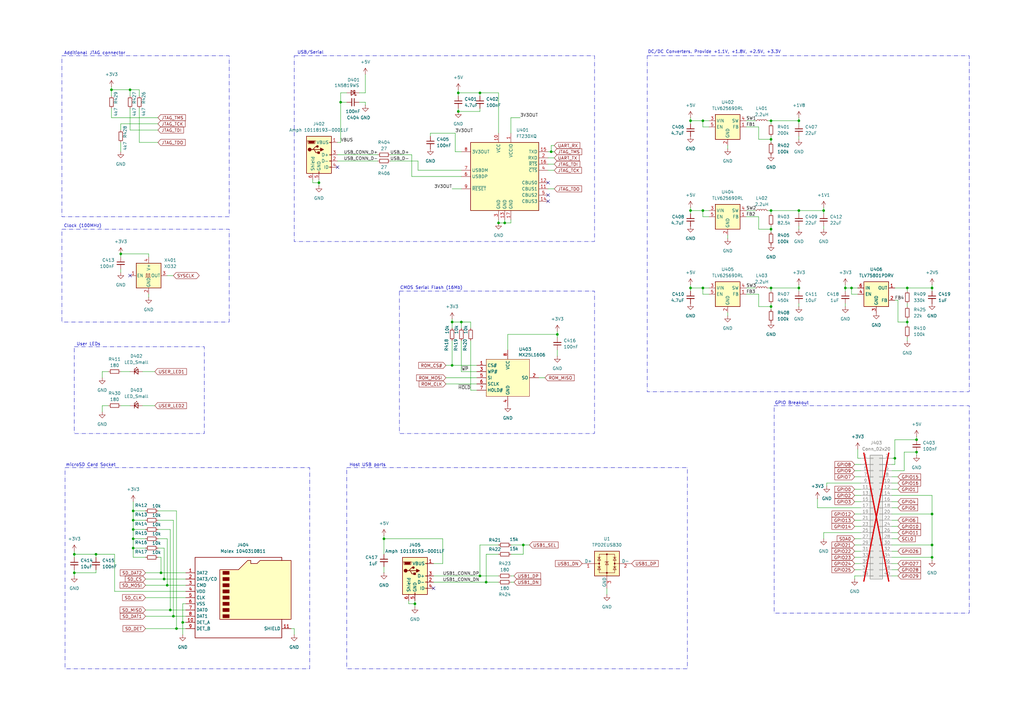
<source format=kicad_sch>
(kicad_sch (version 20231120) (generator "eeschema") (generator_version "8.0")
  (paper "A3")
  (junction (at 49.53 104.14))
  (junction (at 283.21 86.36))
  (junction (at 337.82 86.36))
  (junction (at 54.61 224.79))
  (junction (at 45.72 36.83))
  (junction (at 196.85 236.22))
  (junction (at 157.48 220.98))
  (junction (at 316.23 57.15))
  (junction (at 367.03 187.96))
  (junction (at 283.21 49.53))
  (junction (at 204.47 91.44))
  (junction (at 54.61 220.98))
  (junction (at 130.81 74.93))
  (junction (at 346.71 118.11))
  (junction (at 327.66 86.36))
  (junction (at 382.27 228.6))
  (junction (at 69.85 250.19))
  (junction (at 316.23 118.11))
  (junction (at 226.06 62.23))
  (junction (at 71.12 252.73))
  (junction (at 349.25 118.11))
  (junction (at 375.92 180.34))
  (junction (at 316.23 93.98))
  (junction (at 196.85 38.1))
  (junction (at 382.27 118.11))
  (junction (at 66.04 234.95))
  (junction (at 327.66 49.53))
  (junction (at 316.23 86.36))
  (junction (at 228.6 137.16))
  (junction (at 187.96 38.1))
  (junction (at 288.29 49.53))
  (junction (at 316.23 49.53))
  (junction (at 372.11 132.08))
  (junction (at 185.42 132.08))
  (junction (at 288.29 118.11))
  (junction (at 382.27 210.82))
  (junction (at 54.61 209.55))
  (junction (at 68.58 240.03))
  (junction (at 199.39 238.76))
  (junction (at 53.34 36.83))
  (junction (at 187.96 45.72))
  (junction (at 67.31 237.49))
  (junction (at 283.21 118.11))
  (junction (at 30.48 227.33))
  (junction (at 74.93 255.27))
  (junction (at 189.23 132.08))
  (junction (at 327.66 118.11))
  (junction (at 372.11 118.11))
  (junction (at 54.61 217.17))
  (junction (at 207.01 91.44))
  (junction (at 214.63 223.52))
  (junction (at 316.23 125.73))
  (junction (at 54.61 213.36))
  (junction (at 185.42 149.86))
  (junction (at 139.7 41.91))
  (junction (at 170.18 247.65))
  (junction (at 30.48 234.95))
  (junction (at 288.29 86.36))
  (junction (at 382.27 223.52))
  (junction (at 375.92 185.42))
  (junction (at 72.39 257.81))
  (junction (at 39.37 227.33))
  (no_connect (at 177.8 241.3))
  (no_connect (at 53.34 113.03))
  (no_connect (at 224.79 82.55))
  (no_connect (at 224.79 80.01))
  (no_connect (at 224.79 74.93))
  (no_connect (at 138.43 68.58))
  (wire (pts (xy 189.23 132.08) (xy 185.42 132.08)))
  (wire (pts (xy 49.53 58.42) (xy 49.53 62.23)))
  (wire (pts (xy 204.47 227.33) (xy 199.39 227.33)))
  (wire (pts (xy 375.92 179.07) (xy 375.92 180.34)))
  (wire (pts (xy 283.21 86.36) (xy 283.21 87.63)))
  (wire (pts (xy 60.96 120.65) (xy 60.96 121.92)))
  (wire (pts (xy 30.48 227.33) (xy 30.48 228.6)))
  (wire (pts (xy 227.33 59.69) (xy 226.06 59.69)))
  (wire (pts (xy 168.91 63.5) (xy 168.91 72.39)))
  (wire (pts (xy 316.23 86.36) (xy 327.66 86.36)))
  (wire (pts (xy 350.52 215.9) (xy 353.06 215.9)))
  (wire (pts (xy 288.29 118.11) (xy 290.83 118.11)))
  (wire (pts (xy 189.23 152.4) (xy 195.58 152.4)))
  (wire (pts (xy 311.15 93.98) (xy 311.15 88.9)))
  (wire (pts (xy 337.82 92.71) (xy 337.82 93.98)))
  (wire (pts (xy 335.28 208.28) (xy 335.28 204.47)))
  (wire (pts (xy 367.03 187.96) (xy 367.03 180.34)))
  (wire (pts (xy 316.23 93.98) (xy 311.15 93.98)))
  (wire (pts (xy 350.52 236.22) (xy 350.52 237.49)))
  (wire (pts (xy 350.52 231.14) (xy 353.06 231.14)))
  (wire (pts (xy 128.27 74.93) (xy 130.81 74.93)))
  (wire (pts (xy 339.09 198.12) (xy 353.06 198.12)))
  (wire (pts (xy 182.88 149.86) (xy 185.42 149.86)))
  (wire (pts (xy 49.53 111.76) (xy 49.53 110.49)))
  (wire (pts (xy 149.86 38.1) (xy 149.86 30.48)))
  (wire (pts (xy 185.42 130.81) (xy 185.42 132.08)))
  (wire (pts (xy 138.43 63.5) (xy 154.94 63.5)))
  (wire (pts (xy 147.32 41.91) (xy 149.86 41.91)))
  (wire (pts (xy 199.39 238.76) (xy 204.47 238.76)))
  (wire (pts (xy 58.42 152.4) (xy 63.5 152.4)))
  (wire (pts (xy 350.52 228.6) (xy 353.06 228.6)))
  (wire (pts (xy 53.34 36.83) (xy 45.72 36.83)))
  (wire (pts (xy 350.52 226.06) (xy 353.06 226.06)))
  (wire (pts (xy 316.23 125.73) (xy 311.15 125.73)))
  (wire (pts (xy 187.96 36.83) (xy 187.96 38.1)))
  (wire (pts (xy 283.21 118.11) (xy 283.21 119.38)))
  (wire (pts (xy 45.72 48.26) (xy 64.77 48.26)))
  (wire (pts (xy 288.29 49.53) (xy 290.83 49.53)))
  (wire (pts (xy 314.96 118.11) (xy 316.23 118.11)))
  (wire (pts (xy 54.61 209.55) (xy 59.69 209.55)))
  (wire (pts (xy 228.6 135.89) (xy 228.6 137.16)))
  (wire (pts (xy 365.76 195.58) (xy 368.3 195.58)))
  (wire (pts (xy 54.61 224.79) (xy 59.69 224.79)))
  (wire (pts (xy 298.45 128.27) (xy 298.45 129.54)))
  (wire (pts (xy 209.55 48.26) (xy 213.36 48.26)))
  (wire (pts (xy 193.04 132.08) (xy 189.23 132.08)))
  (wire (pts (xy 54.61 228.6) (xy 59.69 228.6)))
  (wire (pts (xy 49.53 166.37) (xy 53.34 166.37)))
  (wire (pts (xy 327.66 92.71) (xy 327.66 93.98)))
  (wire (pts (xy 57.15 36.83) (xy 53.34 36.83)))
  (wire (pts (xy 288.29 88.9) (xy 288.29 86.36)))
  (wire (pts (xy 189.23 139.7) (xy 189.23 152.4)))
  (wire (pts (xy 290.83 120.65) (xy 288.29 120.65)))
  (wire (pts (xy 187.96 44.45) (xy 187.96 45.72)))
  (wire (pts (xy 171.45 69.85) (xy 189.23 69.85)))
  (wire (pts (xy 350.52 205.74) (xy 353.06 205.74)))
  (wire (pts (xy 306.07 86.36) (xy 309.88 86.36)))
  (wire (pts (xy 207.01 90.17) (xy 207.01 91.44)))
  (wire (pts (xy 214.63 227.33) (xy 214.63 223.52)))
  (wire (pts (xy 365.76 223.52) (xy 382.27 223.52)))
  (wire (pts (xy 349.25 118.11) (xy 351.79 118.11)))
  (wire (pts (xy 69.85 217.17) (xy 69.85 250.19)))
  (wire (pts (xy 46.99 227.33) (xy 39.37 227.33)))
  (wire (pts (xy 283.21 86.36) (xy 288.29 86.36)))
  (wire (pts (xy 58.42 166.37) (xy 63.5 166.37)))
  (wire (pts (xy 311.15 125.73) (xy 311.15 120.65)))
  (wire (pts (xy 311.15 52.07) (xy 306.07 52.07)))
  (wire (pts (xy 54.61 224.79) (xy 54.61 228.6)))
  (wire (pts (xy 327.66 49.53) (xy 327.66 50.8)))
  (wire (pts (xy 327.66 48.26) (xy 327.66 49.53)))
  (wire (pts (xy 367.03 190.5) (xy 367.03 187.96)))
  (wire (pts (xy 177.8 238.76) (xy 199.39 238.76)))
  (wire (pts (xy 120.65 257.81) (xy 120.65 260.35)))
  (wire (pts (xy 351.79 120.65) (xy 349.25 120.65)))
  (wire (pts (xy 375.92 185.42) (xy 375.92 186.69)))
  (wire (pts (xy 71.12 252.73) (xy 76.2 252.73)))
  (wire (pts (xy 193.04 160.02) (xy 195.58 160.02)))
  (wire (pts (xy 350.52 210.82) (xy 353.06 210.82)))
  (wire (pts (xy 171.45 66.04) (xy 171.45 69.85)))
  (wire (pts (xy 365.76 210.82) (xy 382.27 210.82)))
  (wire (pts (xy 30.48 234.95) (xy 30.48 236.22)))
  (wire (pts (xy 138.43 66.04) (xy 154.94 66.04)))
  (wire (pts (xy 66.04 228.6) (xy 66.04 234.95)))
  (wire (pts (xy 39.37 234.95) (xy 30.48 234.95)))
  (wire (pts (xy 208.28 137.16) (xy 228.6 137.16)))
  (wire (pts (xy 49.53 50.8) (xy 49.53 53.34)))
  (wire (pts (xy 367.03 123.19) (xy 368.3 123.19)))
  (wire (pts (xy 185.42 139.7) (xy 185.42 149.86)))
  (wire (pts (xy 367.03 180.34) (xy 375.92 180.34)))
  (wire (pts (xy 314.96 86.36) (xy 316.23 86.36)))
  (wire (pts (xy 74.93 247.65) (xy 74.93 255.27)))
  (wire (pts (xy 288.29 120.65) (xy 288.29 118.11)))
  (wire (pts (xy 316.23 124.46) (xy 316.23 125.73)))
  (wire (pts (xy 64.77 217.17) (xy 69.85 217.17)))
  (wire (pts (xy 337.82 86.36) (xy 337.82 87.63)))
  (wire (pts (xy 316.23 57.15) (xy 316.23 58.42)))
  (wire (pts (xy 57.15 58.42) (xy 64.77 58.42)))
  (wire (pts (xy 365.76 215.9) (xy 368.3 215.9)))
  (wire (pts (xy 346.71 116.84) (xy 346.71 118.11)))
  (wire (pts (xy 365.76 233.68) (xy 368.3 233.68)))
  (wire (pts (xy 365.76 205.74) (xy 368.3 205.74)))
  (wire (pts (xy 193.04 134.62) (xy 193.04 132.08)))
  (wire (pts (xy 372.11 139.7) (xy 372.11 138.43)))
  (wire (pts (xy 64.77 209.55) (xy 72.39 209.55)))
  (wire (pts (xy 372.11 118.11) (xy 382.27 118.11)))
  (wire (pts (xy 193.04 139.7) (xy 193.04 160.02)))
  (wire (pts (xy 224.79 69.85) (xy 227.33 69.85)))
  (wire (pts (xy 68.58 220.98) (xy 68.58 240.03)))
  (wire (pts (xy 130.81 74.93) (xy 130.81 76.2)))
  (wire (pts (xy 76.2 247.65) (xy 74.93 247.65)))
  (wire (pts (xy 306.07 118.11) (xy 309.88 118.11)))
  (wire (pts (xy 372.11 132.08) (xy 372.11 133.35)))
  (wire (pts (xy 204.47 223.52) (xy 196.85 223.52)))
  (wire (pts (xy 64.77 213.36) (xy 71.12 213.36)))
  (wire (pts (xy 226.06 59.69) (xy 226.06 62.23)))
  (wire (pts (xy 149.86 41.91) (xy 149.86 43.18)))
  (wire (pts (xy 311.15 57.15) (xy 311.15 52.07)))
  (wire (pts (xy 209.55 227.33) (xy 214.63 227.33)))
  (wire (pts (xy 67.31 224.79) (xy 67.31 237.49)))
  (wire (pts (xy 59.69 237.49) (xy 67.31 237.49)))
  (wire (pts (xy 365.76 190.5) (xy 367.03 190.5)))
  (wire (pts (xy 349.25 120.65) (xy 349.25 118.11)))
  (wire (pts (xy 365.76 231.14) (xy 368.3 231.14)))
  (wire (pts (xy 39.37 227.33) (xy 39.37 228.6)))
  (wire (pts (xy 49.53 50.8) (xy 64.77 50.8)))
  (wire (pts (xy 350.52 193.04) (xy 353.06 193.04)))
  (wire (pts (xy 57.15 39.37) (xy 57.15 36.83)))
  (wire (pts (xy 283.21 49.53) (xy 283.21 50.8)))
  (wire (pts (xy 365.76 187.96) (xy 367.03 187.96)))
  (wire (pts (xy 316.23 118.11) (xy 316.23 119.38)))
  (wire (pts (xy 72.39 257.81) (xy 76.2 257.81)))
  (wire (pts (xy 167.64 246.38) (xy 167.64 247.65)))
  (wire (pts (xy 382.27 203.2) (xy 365.76 203.2)))
  (wire (pts (xy 168.91 72.39) (xy 189.23 72.39)))
  (wire (pts (xy 370.84 193.04) (xy 370.84 185.42)))
  (wire (pts (xy 54.61 220.98) (xy 59.69 220.98)))
  (wire (pts (xy 365.76 193.04) (xy 370.84 193.04)))
  (wire (pts (xy 139.7 38.1) (xy 142.24 38.1)))
  (wire (pts (xy 157.48 219.71) (xy 157.48 220.98)))
  (wire (pts (xy 139.7 41.91) (xy 139.7 38.1)))
  (wire (pts (xy 59.69 240.03) (xy 68.58 240.03)))
  (wire (pts (xy 176.53 54.61) (xy 176.53 55.88)))
  (wire (pts (xy 49.53 152.4) (xy 53.34 152.4)))
  (wire (pts (xy 382.27 210.82) (xy 382.27 223.52)))
  (wire (pts (xy 382.27 118.11) (xy 382.27 119.38)))
  (wire (pts (xy 54.61 217.17) (xy 54.61 220.98)))
  (wire (pts (xy 365.76 200.66) (xy 368.3 200.66)))
  (wire (pts (xy 353.06 236.22) (xy 350.52 236.22)))
  (wire (pts (xy 314.96 49.53) (xy 316.23 49.53)))
  (wire (pts (xy 209.55 223.52) (xy 214.63 223.52)))
  (wire (pts (xy 316.23 57.15) (xy 311.15 57.15)))
  (wire (pts (xy 351.79 184.15) (xy 351.79 187.96)))
  (wire (pts (xy 346.71 118.11) (xy 349.25 118.11)))
  (wire (pts (xy 298.45 96.52) (xy 298.45 97.79)))
  (wire (pts (xy 139.7 41.91) (xy 142.24 41.91)))
  (wire (pts (xy 350.52 233.68) (xy 353.06 233.68)))
  (wire (pts (xy 196.85 45.72) (xy 187.96 45.72)))
  (wire (pts (xy 350.52 213.36) (xy 353.06 213.36)))
  (wire (pts (xy 170.18 246.38) (xy 170.18 247.65)))
  (wire (pts (xy 54.61 213.36) (xy 54.61 217.17)))
  (wire (pts (xy 54.61 213.36) (xy 59.69 213.36)))
  (wire (pts (xy 288.29 86.36) (xy 290.83 86.36)))
  (wire (pts (xy 41.91 166.37) (xy 41.91 168.91)))
  (wire (pts (xy 74.93 255.27) (xy 76.2 255.27)))
  (wire (pts (xy 365.76 198.12) (xy 368.3 198.12)))
  (wire (pts (xy 199.39 227.33) (xy 199.39 238.76)))
  (wire (pts (xy 316.23 93.98) (xy 316.23 95.25)))
  (wire (pts (xy 182.88 154.94) (xy 195.58 154.94)))
  (wire (pts (xy 350.52 220.98) (xy 353.06 220.98)))
  (wire (pts (xy 316.23 55.88) (xy 316.23 57.15)))
  (wire (pts (xy 185.42 132.08) (xy 185.42 134.62)))
  (wire (pts (xy 44.45 152.4) (xy 41.91 152.4)))
  (wire (pts (xy 139.7 58.42) (xy 139.7 41.91)))
  (wire (pts (xy 157.48 232.41) (xy 157.48 234.95)))
  (wire (pts (xy 68.58 113.03) (xy 71.12 113.03)))
  (wire (pts (xy 138.43 58.42) (xy 139.7 58.42)))
  (wire (pts (xy 59.69 250.19) (xy 69.85 250.19)))
  (wire (pts (xy 382.27 203.2) (xy 382.27 210.82)))
  (wire (pts (xy 311.15 88.9) (xy 306.07 88.9)))
  (wire (pts (xy 177.8 236.22) (xy 196.85 236.22)))
  (wire (pts (xy 60.96 104.14) (xy 49.53 104.14)))
  (wire (pts (xy 204.47 38.1) (xy 196.85 38.1)))
  (wire (pts (xy 46.99 242.57) (xy 46.99 227.33)))
  (wire (pts (xy 157.48 220.98) (xy 181.61 220.98)))
  (wire (pts (xy 327.66 55.88) (xy 327.66 57.15)))
  (wire (pts (xy 208.28 137.16) (xy 208.28 143.51)))
  (wire (pts (xy 69.85 250.19) (xy 76.2 250.19)))
  (wire (pts (xy 337.82 86.36) (xy 327.66 86.36)))
  (wire (pts (xy 128.27 73.66) (xy 128.27 74.93)))
  (wire (pts (xy 72.39 209.55) (xy 72.39 257.81)))
  (wire (pts (xy 224.79 62.23) (xy 226.06 62.23)))
  (wire (pts (xy 220.98 154.94) (xy 223.52 154.94)))
  (wire (pts (xy 54.61 217.17) (xy 59.69 217.17)))
  (wire (pts (xy 49.53 104.14) (xy 49.53 105.41)))
  (wire (pts (xy 45.72 44.45) (xy 45.72 48.26)))
  (wire (pts (xy 39.37 233.68) (xy 39.37 234.95)))
  (wire (pts (xy 59.69 252.73) (xy 71.12 252.73)))
  (wire (pts (xy 283.21 48.26) (xy 283.21 49.53)))
  (wire (pts (xy 365.76 236.22) (xy 368.3 236.22)))
  (wire (pts (xy 59.69 234.95) (xy 66.04 234.95)))
  (wire (pts (xy 365.76 226.06) (xy 368.3 226.06)))
  (wire (pts (xy 306.07 49.53) (xy 309.88 49.53)))
  (wire (pts (xy 316.23 49.53) (xy 316.23 50.8)))
  (wire (pts (xy 170.18 247.65) (xy 170.18 248.92)))
  (wire (pts (xy 147.32 38.1) (xy 149.86 38.1)))
  (wire (pts (xy 66.04 234.95) (xy 76.2 234.95)))
  (wire (pts (xy 316.23 86.36) (xy 316.23 87.63)))
  (wire (pts (xy 53.34 44.45) (xy 53.34 53.34)))
  (wire (pts (xy 167.64 247.65) (xy 170.18 247.65)))
  (wire (pts (xy 186.69 62.23) (xy 186.69 54.61)))
  (wire (pts (xy 228.6 143.51) (xy 228.6 146.05)))
  (wire (pts (xy 54.61 220.98) (xy 54.61 224.79)))
  (wire (pts (xy 350.52 190.5) (xy 353.06 190.5)))
  (wire (pts (xy 157.48 220.98) (xy 157.48 227.33)))
  (wire (pts (xy 182.88 157.48) (xy 195.58 157.48)))
  (wire (pts (xy 68.58 240.03) (xy 76.2 240.03)))
  (wire (pts (xy 45.72 36.83) (xy 45.72 39.37)))
  (wire (pts (xy 207.01 91.44) (xy 204.47 91.44)))
  (wire (pts (xy 196.85 236.22) (xy 204.47 236.22)))
  (wire (pts (xy 224.79 77.47) (xy 227.33 77.47)))
  (wire (pts (xy 365.76 208.28) (xy 368.3 208.28)))
  (wire (pts (xy 311.15 120.65) (xy 306.07 120.65)))
  (wire (pts (xy 346.71 118.11) (xy 346.71 119.38)))
  (wire (pts (xy 372.11 130.81) (xy 372.11 132.08)))
  (wire (pts (xy 370.84 185.42) (xy 375.92 185.42)))
  (wire (pts (xy 30.48 226.06) (xy 30.48 227.33)))
  (wire (pts (xy 353.06 218.44) (xy 337.82 218.44)))
  (wire (pts (xy 327.66 86.36) (xy 327.66 87.63)))
  (wire (pts (xy 204.47 90.17) (xy 204.47 91.44)))
  (wire (pts (xy 351.79 187.96) (xy 353.06 187.96)))
  (wire (pts (xy 372.11 118.11) (xy 372.11 119.38)))
  (wire (pts (xy 316.23 92.71) (xy 316.23 93.98)))
  (wire (pts (xy 196.85 38.1) (xy 196.85 39.37)))
  (wire (pts (xy 350.52 223.52) (xy 353.06 223.52)))
  (wire (pts (xy 316.23 118.11) (xy 327.66 118.11)))
  (wire (pts (xy 224.79 67.31) (xy 227.33 67.31)))
  (wire (pts (xy 54.61 205.74) (xy 54.61 209.55)))
  (wire (pts (xy 372.11 124.46) (xy 372.11 125.73)))
  (wire (pts (xy 64.77 224.79) (xy 67.31 224.79)))
  (wire (pts (xy 365.76 228.6) (xy 382.27 228.6)))
  (wire (pts (xy 368.3 132.08) (xy 372.11 132.08)))
  (wire (pts (xy 59.69 245.11) (xy 76.2 245.11)))
  (wire (pts (xy 290.83 88.9) (xy 288.29 88.9)))
  (wire (pts (xy 74.93 255.27) (xy 74.93 260.35)))
  (wire (pts (xy 185.42 149.86) (xy 195.58 149.86)))
  (wire (pts (xy 71.12 213.36) (xy 71.12 252.73)))
  (wire (pts (xy 226.06 62.23) (xy 227.33 62.23)))
  (wire (pts (xy 214.63 223.52) (xy 217.17 223.52)))
  (wire (pts (xy 119.38 257.81) (xy 120.65 257.81)))
  (wire (pts (xy 204.47 54.61) (xy 204.47 38.1)))
  (wire (pts (xy 189.23 132.08) (xy 189.23 134.62)))
  (wire (pts (xy 368.3 123.19) (xy 368.3 132.08)))
  (wire (pts (xy 130.81 73.66) (xy 130.81 74.93)))
  (wire (pts (xy 209.55 238.76) (xy 210.82 238.76)))
  (wire (pts (xy 181.61 231.14) (xy 177.8 231.14)))
  (wire (pts (xy 39.37 227.33) (xy 30.48 227.33)))
  (wire (pts (xy 283.21 118.11) (xy 288.29 118.11)))
  (wire (pts (xy 196.85 223.52) (xy 196.85 236.22)))
  (wire (pts (xy 54.61 209.55) (xy 54.61 213.36)))
  (wire (pts (xy 181.61 231.14) (xy 181.61 220.98)))
  (wire (pts (xy 196.85 38.1) (xy 187.96 38.1)))
  (wire (pts (xy 76.2 242.57) (xy 46.99 242.57)))
  (wire (pts (xy 288.29 52.07) (xy 288.29 49.53)))
  (wire (pts (xy 187.96 38.1) (xy 187.96 39.37)))
  (wire (pts (xy 30.48 233.68) (xy 30.48 234.95)))
  (wire (pts (xy 365.76 218.44) (xy 368.3 218.44)))
  (wire (pts (xy 248.92 241.3) (xy 248.92 243.84)))
  (wire (pts (xy 209.55 236.22) (xy 210.82 236.22)))
  (wire (pts (xy 160.02 63.5) (xy 168.91 63.5)))
  (wire (pts (xy 298.45 59.69) (xy 298.45 60.96)))
  (wire (pts (xy 283.21 116.84) (xy 283.21 118.11)))
  (wire (pts (xy 196.85 44.45) (xy 196.85 45.72)))
  (wire (pts (xy 365.76 220.98) (xy 368.3 220.98)))
  (wire (pts (xy 186.69 54.61) (xy 176.53 54.61)))
  (wire (pts (xy 327.66 124.46) (xy 327.66 125.73)))
  (wire (pts (xy 339.09 199.39) (xy 339.09 198.12)))
  (wire (pts (xy 53.34 53.34) (xy 64.77 53.34)))
  (wire (pts (xy 350.52 200.66) (xy 353.06 200.66)))
  (wire (pts (xy 209.55 91.44) (xy 207.01 91.44)))
  (wire (pts (xy 53.34 36.83) (xy 53.34 39.37)))
  (wire (pts (xy 337.82 218.44) (xy 337.82 220.98)))
  (wire (pts (xy 45.72 35.56) (xy 45.72 36.83)))
  (wire (pts (xy 283.21 85.09) (xy 283.21 86.36)))
  (wire (pts (xy 57.15 44.45) (xy 57.15 58.42)))
  (wire (pts (xy 64.77 228.6) (xy 66.04 228.6)))
  (wire (pts (xy 382.27 116.84) (xy 382.27 118.11)))
  (wire (pts (xy 365.76 213.36) (xy 368.3 213.36)))
  (wire (pts (xy 59.69 257.81) (xy 72.39 257.81)))
  (wire (pts (xy 350.52 195.58) (xy 353.06 195.58)))
  (wire (pts (xy 353.06 208.28) (xy 335.28 208.28)))
  (wire (pts (xy 382.27 228.6) (xy 382.27 229.87)))
  (wire (pts (xy 41.91 152.4) (xy 41.91 154.94)))
  (wire (pts (xy 60.96 104.14) (xy 60.96 105.41)))
  (wire (pts (xy 209.55 54.61) (xy 209.55 48.26)))
  (wire (pts (xy 346.71 125.73) (xy 346.71 124.46)))
  (wire (pts (xy 44.45 166.37) (xy 41.91 166.37)))
  (wire (pts (xy 290.83 52.07) (xy 288.29 52.07)))
  (wire (pts (xy 209.55 90.17) (xy 209.55 91.44)))
  (wire (pts (xy 67.31 237.49) (xy 76.2 237.49)))
  (wire (pts (xy 228.6 137.16) (xy 228.6 138.43)))
  (wire (pts (xy 283.21 49.53) (xy 288.29 49.53)))
  (wire (pts (xy 327.66 116.84) (xy 327.66 118.11)))
  (wire (pts (xy 316.23 125.73) (xy 316.23 127)))
  (wire (pts (xy 189.23 62.23) (xy 186.69 62.23)))
  (wire (pts (xy 185.42 77.47) (xy 189.23 77.47)))
  (wire (pts (xy 64.77 220.98) (xy 68.58 220.98)))
  (wire (pts (xy 224.79 64.77) (xy 227.33 64.77)))
  (wire (pts (xy 367.03 118.11) (xy 372.11 118.11)))
  (wire (pts (xy 350.52 203.2) (xy 353.06 203.2)))
  (wire (pts (xy 337.82 85.09) (xy 337.82 86.36)))
  (wire (pts (xy 382.27 223.52) (xy 382.27 228.6)))
  (wire (pts (xy 160.02 66.04) (xy 171.45 66.04)))
  (wire (pts (xy 327.66 118.11) (xy 327.66 119.38)))
  (wire (pts (xy 316.23 49.53) (xy 327.66 49.53)))
  (rectangle (start 25.4 93.98) (end 93.98 132.08) (stroke (width 0) (type dash_dot)))
  (rectangle (start 25.4 22.86) (end 93.98 88.9) (stroke (width 0) (type dash_dot)))
  (rectangle (start 120.65 22.86) (end 243.84 99.06) (stroke (width 0) (type dash_dot)))
  (rectangle (start 265.43 22.86) (end 397.51 160.655) (stroke (width 0) (type dash_dot)))
  (rectangle (start 142.24 191.77) (end 281.94 274.32) (stroke (width 0) (type dash_dot)))
  (rectangle (start 30.48 142.24) (end 83.82 177.8) (stroke (width 0) (type dash_dot)))
  (rectangle (start 163.83 119.38) (end 243.84 177.8) (stroke (width 0) (type dash_dot)))
  (rectangle (start 26.67 191.77) (end 127 274.32) (stroke (width 0) (type dash_dot)))
  (rectangle (start 317.5 166.37) (end 397.51 251.46) (stroke (width 0) (type dash_dot)))
  (text "User LEDs" (at 36.322 141.224 0) (effects (font (size 1.27 1.27))))
  (text "microSD Card Socket" (at 26.924 191.516 0) (effects (font (size 1.27 1.27)) (justify left bottom)))
  (text "Clock (100MHz)" (at 26.162 93.472 0) (effects (font (size 1.27 1.27)) (justify left bottom)))
  (text "Additional JTAG connector" (at 38.862 21.844 0) (effects (font (size 1.27 1.27))))
  (text "USB/Serial" (at 121.92 22.352 0) (effects (font (size 1.27 1.27)) (justify left bottom)))
  (text "Host USB ports" (at 143.256 191.516 0) (effects (font (size 1.27 1.27)) (justify left bottom)))
  (text "CMOS Serial Flash (16Mb)" (at 164.084 118.872 0) (effects (font (size 1.27 1.27)) (justify left bottom)))
  (text "DC/DC Converters. Provide +1.1V, +1.8V, +2.5V, +3.3V" (at 265.684 22.098 0) (effects (font (size 1.27 1.27)) (justify left bottom)))
  (text "GPIO Breakout" (at 317.754 166.116 0) (effects (font (size 1.27 1.27)) (justify left bottom)))
  (label "SW2" (at 306.07 86.36 0))
  (label "3V3OUT" (at 185.42 77.47 180))
  (label "3V3OUT" (at 186.69 54.61 0))
  (label "SW3" (at 306.07 118.11 0))
  (label "FB1" (at 306.07 52.07 0))
  (label "3V3OUT" (at 213.36 48.26 0))
  (label "USB_CONN_D-" (at 140.97 66.04 0))
  (label "USB_D+" (at 160.02 63.5 0))
  (label "FB2" (at 306.07 88.9 0))
  (label "FB4" (at 367.03 123.19 0))
  (label "VBUS" (at 139.7 58.42 0))
  (label "USB1_CONN_DP" (at 181.61 236.22 0))
  (label "~{WP}" (at 189.23 152.4 0))
  (label "SW1" (at 306.07 49.53 0))
  (label "FB3" (at 306.07 120.65 0))
  (label "USB1_CONN_DN" (at 181.61 238.76 0))
  (label "USB_D-" (at 160.02 66.04 0))
  (label "~{HOLD}" (at 193.04 160.02 180))
  (label "USB_CONN_D+" (at 140.97 63.5 0))
  (global_label "ROM_MISO" (shape input) (at 223.52 154.94 0) (property "Intersheetrefs" "${INTERSHEET_REFS}" (effects (hide yes))))
  (global_label "SCL0" (shape input) (at 368.3 220.98 0) (property "Intersheetrefs" "${INTERSHEET_REFS}" (effects (hide yes))))
  (global_label "GPIO26" (shape input) (at 368.3 226.06 0) (property "Intersheetrefs" "${INTERSHEET_REFS}" (effects (hide yes))))
  (global_label "GPIO16" (shape input) (at 368.3 198.12 0) (property "Intersheetrefs" "${INTERSHEET_REFS}" (effects (hide yes))))
  (global_label "SD_CLK" (shape input) (at 59.69 245.11 180) (property "Intersheetrefs" "${INTERSHEET_REFS}" (effects (hide yes))))
  (global_label "SDA0" (shape input) (at 350.52 220.98 180) (property "Intersheetrefs" "${INTERSHEET_REFS}" (effects (hide yes))))
  (global_label "GPIO22" (shape input) (at 350.52 226.06 180) (property "Intersheetrefs" "${INTERSHEET_REFS}" (effects (hide yes))))
  (global_label "GPIO8" (shape input) (at 350.52 190.5 180) (property "Intersheetrefs" "${INTERSHEET_REFS}" (effects (hide yes))))
  (global_label "ROM_CS#" (shape input) (at 182.88 149.86 180) (property "Intersheetrefs" "${INTERSHEET_REFS}" (effects (hide yes))))
  (global_label "GPIO21" (shape input) (at 350.52 223.52 180) (property "Intersheetrefs" "${INTERSHEET_REFS}" (effects (hide yes))))
  (global_label "GPIO4" (shape input) (at 368.3 205.74 0) (property "Intersheetrefs" "${INTERSHEET_REFS}" (effects (hide yes))))
  (global_label "JTAG_TDI" (shape input) (at 227.33 67.31 0) (property "Intersheetrefs" "${INTERSHEET_REFS}" (effects (hide yes))))
  (global_label "JTAG_TDI" (shape input) (at 64.77 53.34 0) (property "Intersheetrefs" "${INTERSHEET_REFS}" (effects (hide yes))))
  (global_label "JTAG_TMS" (shape input) (at 64.77 48.26 0) (property "Intersheetrefs" "${INTERSHEET_REFS}" (effects (hide yes))))
  (global_label "GPIO25" (shape input) (at 350.52 233.68 180) (property "Intersheetrefs" "${INTERSHEET_REFS}" (effects (hide yes))))
  (global_label "GPIO27" (shape input) (at 368.3 231.14 0) (property "Intersheetrefs" "${INTERSHEET_REFS}" (effects (hide yes))))
  (global_label "GPIO6" (shape input) (at 368.3 213.36 0) (property "Intersheetrefs" "${INTERSHEET_REFS}" (effects (hide yes))))
  (global_label "SD_MISO" (shape input) (at 59.69 250.19 180) (property "Intersheetrefs" "${INTERSHEET_REFS}" (effects (hide yes))))
  (global_label "USER_LED1" (shape input) (at 63.5 152.4 0) (property "Intersheetrefs" "${INTERSHEET_REFS}" (effects (hide yes))))
  (global_label "ROM_MOSI" (shape input) (at 182.88 154.94 180) (property "Intersheetrefs" "${INTERSHEET_REFS}" (effects (hide yes))))
  (global_label "GPIO2" (shape input) (at 350.52 203.2 180) (property "Intersheetrefs" "${INTERSHEET_REFS}" (effects (hide yes))))
  (global_label "GPIO29" (shape input) (at 368.3 236.22 0) (property "Intersheetrefs" "${INTERSHEET_REFS}" (effects (hide yes))))
  (global_label "USB1_DN" (shape input) (at 238.76 231.14 180) (property "Intersheetrefs" "${INTERSHEET_REFS}" (effects (hide yes))))
  (global_label "JTAG_TDO" (shape input) (at 64.77 58.42 0) (property "Intersheetrefs" "${INTERSHEET_REFS}" (effects (hide yes))))
  (global_label "USER_LED2" (shape input) (at 63.5 166.37 0) (property "Intersheetrefs" "${INTERSHEET_REFS}" (effects (hide yes))))
  (global_label "JTAG_TCK" (shape input) (at 227.33 69.85 0) (property "Intersheetrefs" "${INTERSHEET_REFS}" (effects (hide yes))))
  (global_label "JTAG_TCK" (shape input) (at 64.77 50.8 0) (property "Intersheetrefs" "${INTERSHEET_REFS}" (effects (hide yes))))
  (global_label "USB1_DP" (shape input) (at 259.08 231.14 0) (property "Intersheetrefs" "${INTERSHEET_REFS}" (effects (hide yes))))
  (global_label "SD_CS" (shape input) (at 59.69 237.49 180) (property "Intersheetrefs" "${INTERSHEET_REFS}" (effects (hide yes))))
  (global_label "SD_DAT1" (shape input) (at 59.69 252.73 180) (property "Intersheetrefs" "${INTERSHEET_REFS}" (effects (hide yes))))
  (global_label "GPIO13" (shape input) (at 350.52 213.36 180) (property "Intersheetrefs" "${INTERSHEET_REFS}" (effects (hide yes))))
  (global_label "SD_DAT2" (shape input) (at 59.69 234.95 180) (property "Intersheetrefs" "${INTERSHEET_REFS}" (effects (hide yes))))
  (global_label "GPIO5" (shape input) (at 368.3 208.28 0) (property "Intersheetrefs" "${INTERSHEET_REFS}" (effects (hide yes))))
  (global_label "JTAG_TMS" (shape input) (at 227.33 62.23 0) (property "Intersheetrefs" "${INTERSHEET_REFS}" (effects (hide yes))))
  (global_label "UART_RX" (shape input) (at 227.33 59.69 0) (property "Intersheetrefs" "${INTERSHEET_REFS}" (effects (hide yes))))
  (global_label "USB1_DP" (shape input) (at 210.82 236.22 0) (property "Intersheetrefs" "${INTERSHEET_REFS}" (effects (hide yes))))
  (global_label "GPIO1" (shape input) (at 368.3 200.66 0) (property "Intersheetrefs" "${INTERSHEET_REFS}" (effects (hide yes))))
  (global_label "SD_MOSI" (shape input) (at 59.69 240.03 180) (property "Intersheetrefs" "${INTERSHEET_REFS}" (effects (hide yes))))
  (global_label "USB1_SEL" (shape input) (at 217.17 223.52 0) (property "Intersheetrefs" "${INTERSHEET_REFS}" (effects (hide yes))))
  (global_label "GPIO7" (shape input) (at 350.52 195.58 180) (property "Intersheetrefs" "${INTERSHEET_REFS}" (effects (hide yes))))
  (global_label "GPIO11" (shape input) (at 368.3 218.44 0) (property "Intersheetrefs" "${INTERSHEET_REFS}" (effects (hide yes))))
  (global_label "JTAG_TDO" (shape input) (at 227.33 77.47 0) (property "Intersheetrefs" "${INTERSHEET_REFS}" (effects (hide yes))))
  (global_label "GPIO23" (shape input) (at 350.52 228.6 180) (property "Intersheetrefs" "${INTERSHEET_REFS}" (effects (hide yes))))
  (global_label "UART_TX" (shape input) (at 227.33 64.77 0) (property "Intersheetrefs" "${INTERSHEET_REFS}" (effects (hide yes))))
  (global_label "GPIO0" (shape input) (at 350.52 200.66 180) (property "Intersheetrefs" "${INTERSHEET_REFS}" (effects (hide yes))))
  (global_label "GPIO10" (shape input) (at 368.3 215.9 0) (property "Intersheetrefs" "${INTERSHEET_REFS}" (effects (hide yes))))
  (global_label "GPIO28" (shape input) (at 368.3 233.68 0) (property "Intersheetrefs" "${INTERSHEET_REFS}" (effects (hide yes))))
  (global_label "SD_DET" (shape input) (at 59.69 257.81 180) (property "Intersheetrefs" "${INTERSHEET_REFS}" (effects (hide yes))))
  (global_label "GPIO15" (shape input) (at 368.3 195.58 0) (property "Intersheetrefs" "${INTERSHEET_REFS}" (effects (hide yes))))
  (global_label "ROM_CLK" (shape input) (at 182.88 157.48 180) (property "Intersheetrefs" "${INTERSHEET_REFS}" (effects (hide yes))))
  (global_label "GPIO12" (shape input) (at 350.52 210.82 180) (property "Intersheetrefs" "${INTERSHEET_REFS}" (effects (hide yes))))
  (global_label "SYSCLK" (shape bidirectional) (at 71.12 113.03 0) (property "Intersheetrefs" "${INTERSHEET_REFS}" (effects (hide yes))))
  (global_label "GPIO9" (shape input) (at 350.52 193.04 180) (property "Intersheetrefs" "${INTERSHEET_REFS}" (effects (hide yes))))
  (global_label "USB1_DN" (shape input) (at 210.82 238.76 0) (property "Intersheetrefs" "${INTERSHEET_REFS}" (effects (hide yes))))
  (global_label "GPIO24" (shape input) (at 350.52 231.14 180) (property "Intersheetrefs" "${INTERSHEET_REFS}" (effects (hide yes))))
  (global_label "GPIO14" (shape input) (at 350.52 215.9 180) (property "Intersheetrefs" "${INTERSHEET_REFS}" (effects (hide yes))))
  (global_label "GPIO3" (shape input) (at 350.52 205.74 180) (property "Intersheetrefs" "${INTERSHEET_REFS}" (effects (hide yes))))
  (symbol (lib_id "Device:R_Small") (at 62.23 209.55 90) (unit 1)
    (property "Reference" "R412" (at 60.452 207.264 90) (effects (justify left)))
    (property "Value" "10k" (at 66.04 207.518 90) (effects (justify left)))
    (property "Footprint" "Resistor_SMD:R_0402_1005Metric" (effects (hide yes)))
    (property "Description" "Resistor, small symbol" (effects (hide yes)))
    (property "MPN" "C25744" (effects (hide yes)))
  )
  (symbol (lib_id "Power_Protection:TPD2EUSB30") (at 248.92 231.14 0) (unit 1)
    (property "Reference" "U1" (at 248.92 220.98 0))
    (property "Value" "TPD2EUSB30" (at 248.92 223.52 0))
    (property "Footprint" "Package_TO_SOT_SMD:Texas_DRT-3" (effects (hide yes)))
    (property "Datasheet" "http://www.ti.com/lit/ds/symlink/tpd2eusb30a.pdf" (effects (hide yes)))
    (property "Description" "2-Channel ESD Protection for Super-Speed USB 3.0 Interface, DRT-3" (effects (hide yes)))
    (property "MPN" "C97502" (effects (hide yes)))
  )
  (symbol (lib_id "Connector:USB_B_Micro") (at 130.81 63.5 0) (unit 1)
    (property "Reference" "J402" (at 130.81 50.8 0))
    (property "Value" "Amph 10118193-0001LF" (at 130.81 53.34 0))
    (property "Footprint" "Connector_USB:USB_Micro-B_Amphenol_10118193-0001LF_Horizontal" (effects (hide yes)))
    (property "Description" "USB Micro Type B connector" (effects (hide yes)))
    (property "MPN" "C132562" (effects (hide yes)))
  )
  (symbol (lib_id "power:GND") (at 41.91 154.94 0) (unit 1)
    (property "Reference" "#PWR0417" (effects (hide yes)))
    (property "Value" "GND" (at 41.91 160.02 0))
    (property "Description" "Power symbol creates a global label with name \"GND\" , ground" (effects (hide yes)))
  )
  (symbol (lib_id "power:+5V") (at 283.21 48.26 0) (unit 1)
    (property "Reference" "#PWR0407" (effects (hide yes)))
    (property "Value" "+5V" (at 283.21 43.18 0))
    (property "Description" "Power symbol creates a global label with name \"+5V\"" (effects (hide yes)))
  )
  (symbol (lib_id "power:+5V") (at 149.86 30.48 0) (unit 1)
    (property "Reference" "#PWR0401" (effects (hide yes)))
    (property "Value" "+5V" (at 149.86 25.4 0))
    (property "Description" "Power symbol creates a global label with name \"+5V\"" (effects (hide yes)))
  )
  (symbol (lib_id "power:+1V1") (at 337.82 85.09 0) (unit 1)
    (property "Reference" "#PWR0439" (effects (hide yes)))
    (property "Value" "+1V1" (at 337.82 80.01 0))
    (property "Description" "Power symbol creates a global label with name \"+1V1\"" (effects (hide yes)))
  )
  (symbol (lib_id "power:+5V") (at 283.21 116.84 0) (unit 1)
    (property "Reference" "#PWR0449" (effects (hide yes)))
    (property "Value" "+5V" (at 283.21 111.76 0))
    (property "Description" "Power symbol creates a global label with name \"+5V\"" (effects (hide yes)))
  )
  (symbol (lib_id "power:+3V3") (at 346.71 116.84 0) (unit 1)
    (property "Reference" "#PWR0452" (effects (hide yes)))
    (property "Value" "+3V3" (at 346.71 111.76 0))
    (property "Description" "Power symbol creates a global label with name \"+3V3\"" (effects (hide yes)))
  )
  (symbol (lib_id "power:GND") (at 49.53 111.76 0) (unit 1)
    (property "Reference" "#PWR0424" (effects (hide yes)))
    (property "Value" "GND" (at 49.53 116.84 0))
    (property "Description" "Power symbol creates a global label with name \"GND\" , ground" (effects (hide yes)))
  )
  (symbol (lib_id "power:GND") (at 339.09 199.39 0) (unit 1)
    (property "Reference" "#PWR0409" (effects (hide yes)))
    (property "Value" "GND" (at 339.09 204.47 0))
    (property "Description" "Power symbol creates a global label with name \"GND\" , ground" (effects (hide yes)))
  )
  (symbol (lib_id "power:GND") (at 375.92 186.69 0) (unit 1)
    (property "Reference" "#PWR0406" (effects (hide yes)))
    (property "Value" "GND" (at 375.92 191.77 0))
    (property "Description" "Power symbol creates a global label with name \"GND\" , ground" (effects (hide yes)))
  )
  (symbol (lib_id "Device:C_Small") (at 176.53 58.42 0) (unit 1)
    (property "Reference" "C405" (at 179.07 57.1562 0) (effects (justify left)))
    (property "Value" "100nF" (at 179.07 59.6962 0) (effects (justify left)))
    (property "Footprint" "Capacitor_SMD:C_0201_0603Metric" (effects (hide yes)))
    (property "Description" "Unpolarized capacitor, small symbol" (effects (hide yes)))
    (property "MPN" "C190183" (effects (hide yes)))
  )
  (symbol (lib_id "Connector:USB_B_Micro") (at 170.18 236.22 0) (unit 1)
    (property "Reference" "J405" (at 170.18 223.52 0))
    (property "Value" "Amph 10118193-0001LF" (at 170.18 226.06 0))
    (property "Footprint" "Connector_USB:USB_Micro-B_Amphenol_10118193-0001LF_Horizontal" (effects (hide yes)))
    (property "Description" "USB Micro Type B connector" (effects (hide yes)))
    (property "MPN" "C132562" (effects (hide yes)))
  )
  (symbol (lib_id "Device:R_Small") (at 316.23 97.79 0) (unit 1)
    (property "Reference" "R405" (at 318.77 96.5199 0) (effects (justify left)))
    (property "Value" "100k" (at 318.77 99.0599 0) (effects (justify left)))
    (property "Footprint" "Resistor_SMD:R_0402_1005Metric" (effects (hide yes)))
    (property "Description" "Resistor, small symbol" (effects (hide yes)))
    (property "MPN" "C25741" (effects (hide yes)))
  )
  (symbol (lib_id "Device:C_Small") (at 283.21 90.17 0) (mirror y) (unit 1)
    (property "Reference" "C408" (at 280.67 88.9062 0) (effects (justify left)))
    (property "Value" "4.7uF" (at 280.67 91.4462 0) (effects (justify left)))
    (property "Footprint" "Capacitor_SMD:C_0603_1608Metric" (effects (hide yes)))
    (property "Description" "Unpolarized capacitor, small symbol" (effects (hide yes)))
    (property "MPN" "C19666" (effects (hide yes)))
  )
  (symbol (lib_id "Oscillator:XO32") (at 60.96 113.03 0) (unit 1)
    (property "Reference" "X401" (at 69.85 106.7114 0))
    (property "Value" "XO32" (at 69.85 109.2514 0))
    (property "Footprint" "Oscillator_Extra:Oscillator_SMD_XO32-4Pin_3.2x2.5mm" (effects (hide yes)))
    (property "Datasheet" "http://cdn-reichelt.de/documents/datenblatt/B400/XO32.pdf" (effects (hide yes)))
    (property "Description" "HCMOS Clock Oscillator" (effects (hide yes)))
    (property "MPN" "C4353707" (effects (hide yes)))
  )
  (symbol (lib_id "Device:R_Small") (at 372.11 128.27 0) (unit 1)
    (property "Reference" "R425" (at 374.65 126.9999 0) (effects (justify left)))
    (property "Value" "22k" (at 374.65 129.5399 0) (effects (justify left)))
    (property "Footprint" "Resistor_SMD:R_0402_1005Metric" (effects (hide yes)))
    (property "Description" "Resistor, small symbol" (effects (hide yes)))
    (property "MPN" "C25768" (effects (hide yes)))
  )
  (symbol (lib_id "Device:C_Small") (at 30.48 231.14 0) (unit 1)
    (property "Reference" "C414" (at 33.02 229.8762 0) (effects (justify left)))
    (property "Value" "10uF" (at 33.02 232.4162 0) (effects (justify left)))
    (property "Footprint" "Capacitor_SMD:C_0603_1608Metric" (effects (hide yes)))
    (property "Description" "Unpolarized capacitor, small symbol" (effects (hide yes)))
    (property "MPN" "C19702" (effects (hide yes)))
  )
  (symbol (lib_id "Device:R_Small") (at 207.01 223.52 90) (unit 1)
    (property "Reference" "R421" (at 202.946 221.488 90))
    (property "Value" "15k" (at 210.82 221.234 90))
    (property "Footprint" "Resistor_SMD:R_0402_1005Metric" (effects (hide yes)))
    (property "Description" "Resistor, small symbol" (effects (hide yes)))
    (property "MPN" "C25756" (effects (hide yes)))
  )
  (symbol (lib_id "power:+3V3") (at 185.42 130.81 0) (unit 1)
    (property "Reference" "#PWR0429" (effects (hide yes)))
    (property "Value" "+3V3" (at 185.42 125.73 0))
    (property "Description" "Power symbol creates a global label with name \"+3V3\"" (effects (hide yes)))
  )
  (symbol (lib_id "power:+5V") (at 157.48 219.71 0) (unit 1)
    (property "Reference" "#PWR0432" (effects (hide yes)))
    (property "Value" "+5V" (at 157.48 214.63 0))
    (property "Description" "Power symbol creates a global label with name \"+5V\"" (effects (hide yes)))
  )
  (symbol (lib_id "Device:C_Small") (at 327.66 90.17 0) (unit 1)
    (property "Reference" "C409" (at 330.2 88.9062 0) (effects (justify left)))
    (property "Value" "22uF" (at 330.2 91.4462 0) (effects (justify left)))
    (property "Footprint" "Capacitor_SMD:C_0603_1608Metric" (effects (hide yes)))
    (property "Description" "Unpolarized capacitor, small symbol" (effects (hide yes)))
    (property "MPN" "C59461" (effects (hide yes)))
  )
  (symbol (lib_id "power:GND") (at 49.53 62.23 0) (unit 1)
    (property "Reference" "#PWR0461" (effects (hide yes)))
    (property "Value" "GND" (at 49.53 67.31 0))
    (property "Description" "Power symbol creates a global label with name \"GND\" , ground" (effects (hide yes)))
  )
  (symbol (lib_id "power:GND") (at 372.11 139.7 0) (unit 1)
    (property "Reference" "#PWR0455" (effects (hide yes)))
    (property "Value" "GND" (at 372.11 144.78 0))
    (property "Description" "Power symbol creates a global label with name \"GND\" , ground" (effects (hide yes)))
  )
  (symbol (lib_id "Device:R_Small") (at 185.42 137.16 180) (unit 1)
    (property "Reference" "R418" (at 183.134 138.938 90) (effects (justify left)))
    (property "Value" "10k" (at 183.388 133.35 90) (effects (justify left)))
    (property "Footprint" "Resistor_SMD:R_0402_1005Metric" (effects (hide yes)))
    (property "Description" "Resistor, small symbol" (effects (hide yes)))
    (property "MPN" "C25744" (effects (hide yes)))
  )
  (symbol (lib_id "Device:R_Small") (at 316.23 129.54 0) (unit 1)
    (property "Reference" "R408" (at 318.77 128.2699 0) (effects (justify left)))
    (property "Value" "100k" (at 318.77 130.8099 0) (effects (justify left)))
    (property "Footprint" "Resistor_SMD:R_0402_1005Metric" (effects (hide yes)))
    (property "Description" "Resistor, small symbol" (effects (hide yes)))
    (property "MPN" "C25741" (effects (hide yes)))
  )
  (symbol (lib_id "Device:R_Small") (at 157.48 66.04 90) (mirror x) (unit 1)
    (property "Reference" "R406" (at 157.48 71.12 90))
    (property "Value" "27" (at 157.48 68.58 90))
    (property "Footprint" "Resistor_SMD:R_0402_1005Metric" (effects (hide yes)))
    (property "Description" "Resistor, small symbol" (effects (hide yes)))
    (property "MPN" "C25100" (effects (hide yes)))
  )
  (symbol (lib_id "power:GND") (at 337.82 93.98 0) (unit 1)
    (property "Reference" "#PWR0451" (effects (hide yes)))
    (property "Value" "GND" (at 337.82 99.06 0))
    (property "Description" "Power symbol creates a global label with name \"GND\" , ground" (effects (hide yes)))
  )
  (symbol (lib_id "power:GND") (at 149.86 43.18 0) (unit 1)
    (property "Reference" "#PWR0408" (effects (hide yes)))
    (property "Value" "GND" (at 149.86 48.26 0))
    (property "Description" "Power symbol creates a global label with name \"GND\" , ground" (effects (hide yes)))
  )
  (symbol (lib_id "Device:R_Small") (at 207.01 236.22 90) (unit 1)
    (property "Reference" "R423" (at 207.01 231.14 90))
    (property "Value" "180" (at 207.01 233.68 90))
    (property "Footprint" "Resistor_SMD:R_0402_1005Metric" (effects (hide yes)))
    (property "Description" "Resistor, small symbol" (effects (hide yes)))
    (property "MPN" "C138045" (effects (hide yes)))
  )
  (symbol (lib_id "Device:C_Small") (at 49.53 107.95 0) (mirror y) (unit 1)
    (property "Reference" "C413" (at 46.99 106.6862 0) (effects (justify left)))
    (property "Value" "100nF" (at 46.99 109.2262 0) (effects (justify left)))
    (property "Footprint" "Capacitor_SMD:C_0201_0603Metric" (effects (hide yes)))
    (property "Description" "Unpolarized capacitor, small symbol" (effects (hide yes)))
    (property "MPN" "C190183" (effects (hide yes)))
  )
  (symbol (lib_id "power:GND") (at 41.91 168.91 0) (unit 1)
    (property "Reference" "#PWR0458" (effects (hide yes)))
    (property "Value" "GND" (at 41.91 173.99 0))
    (property "Description" "Power symbol creates a global label with name \"GND\" , ground" (effects (hide yes)))
  )
  (symbol (lib_id "power:GND") (at 248.92 243.84 0) (unit 1)
    (property "Reference" "#PWR0438" (effects (hide yes)))
    (property "Value" "GND" (at 248.92 248.92 0))
    (property "Description" "Power symbol creates a global label with name \"GND\" , ground" (effects (hide yes)))
  )
  (symbol (lib_id "power:GND") (at 382.27 229.87 0) (unit 1)
    (property "Reference" "#PWR0415" (effects (hide yes)))
    (property "Value" "GND" (at 382.27 234.95 0))
    (property "Description" "Power symbol creates a global label with name \"GND\" , ground" (effects (hide yes)))
  )
  (symbol (lib_id "Connector:Micro_SD_Card_Det2") (at 99.06 245.11 0) (unit 1)
    (property "Reference" "J404" (at 99.695 223.52 0))
    (property "Value" "Molex 1040310811" (at 99.695 226.06 0))
    (property "Footprint" "Connector_Card:microSD_HC_Molex_104031-0811" (effects (hide yes)))
    (property "Datasheet" "https://www.hirose.com/en/product/document?clcode=&productname=&series=DM3&documenttype=Catalog&lang=en&documentid=D49662_en" (effects (hide yes)))
    (property "Description" "Micro SD Card Socket with two card detection pins" (effects (hide yes)))
    (property "MPN" "C585350" (effects (hide yes)))
  )
  (symbol (lib_id "power:GND") (at 316.23 63.5 0) (unit 1)
    (property "Reference" "#PWR0433" (effects (hide yes)))
    (property "Value" "GND" (at 316.23 68.58 0))
    (property "Description" "Power symbol creates a global label with name \"GND\" , ground" (effects (hide yes)))
  )
  (symbol (lib_id "Regulator_Switching:TLV62569DRL") (at 298.45 52.07 0) (unit 1)
    (property "Reference" "U402" (at 298.45 41.91 0))
    (property "Value" "TLV62569DRL" (at 298.45 44.45 0))
    (property "Footprint" "Package_TO_SOT_SMD:SOT-563" (effects (hide yes)))
    (property "Datasheet" "http://www.ti.com/lit/ds/symlink/tlv62569.pdf" (effects (hide yes)))
    (property "Description" "High Efficiency Synchronous Buck Converter, Adjustable Output 0.6V-5.5V, 2A, SOT-563-6" (effects (hide yes)))
    (property "MPN" "C163217" (effects (hide yes)))
  )
  (symbol (lib_id "Device:D_Schottky_Small") (at 144.78 38.1 180) (unit 1)
    (property "Reference" "D401" (at 145.034 32.766 0))
    (property "Value" "1N5819WS" (at 142.24 35.052 0))
    (property "Footprint" "Diode_SMD:D_SOD-323" (effects (hide yes)))
    (property "Description" "Schottky diode, small symbol" (effects (hide yes)))
    (property "MPN" "C191023" (effects (hide yes)))
  )
  (symbol (lib_id "power:+3V3") (at 335.28 204.47 0) (unit 1)
    (property "Reference" "#PWR0411" (effects (hide yes)))
    (property "Value" "+3V3" (at 335.28 199.39 0))
    (property "Description" "Power symbol creates a global label with name \"+3V3\"" (effects (hide yes)))
  )
  (symbol (lib_id "Device:R_Small") (at 207.01 238.76 90) (unit 1)
    (property "Reference" "R424" (at 207.01 243.84 90))
    (property "Value" "180" (at 207.01 241.3 90))
    (property "Footprint" "Resistor_SMD:R_0402_1005Metric" (effects (hide yes)))
    (property "Description" "Resistor, small symbol" (effects (hide yes)))
    (property "MPN" "C138045" (effects (hide yes)))
  )
  (symbol (lib_id "Device:R_Small") (at 62.23 228.6 90) (unit 1)
    (property "Reference" "R417" (at 60.452 226.314 90) (effects (justify left)))
    (property "Value" "10k" (at 66.04 226.568 90) (effects (justify left)))
    (property "Footprint" "Resistor_SMD:R_0402_1005Metric" (effects (hide yes)))
    (property "Description" "Resistor, small symbol" (effects (hide yes)))
    (property "MPN" "C25744" (effects (hide yes)))
  )
  (symbol (lib_id "Device:R_Small") (at 57.15 41.91 0) (unit 1)
    (property "Reference" "R426" (at 58.928 42.672 90) (effects (justify left)))
    (property "Value" "4k7" (at 58.928 47.752 90) (effects (justify left)))
    (property "Footprint" "Resistor_SMD:R_0402_1005Metric" (effects (hide yes)))
    (property "Description" "Resistor, small symbol" (effects (hide yes)))
  )
  (symbol (lib_id "power:+3V3") (at 30.48 226.06 0) (unit 1)
    (property "Reference" "#PWR0420" (effects (hide yes)))
    (property "Value" "+3V3" (at 30.48 220.98 0))
    (property "Description" "Power symbol creates a global label with name \"+3V3\"" (effects (hide yes)))
  )
  (symbol (lib_id "Device:R_Small") (at 316.23 90.17 0) (unit 1)
    (property "Reference" "R403" (at 318.77 88.8999 0) (effects (justify left)))
    (property "Value" "82.5k" (at 318.77 91.4399 0) (effects (justify left)))
    (property "Footprint" "Resistor_SMD:R_0402_1005Metric" (effects (hide yes)))
    (property "Description" "Resistor, small symbol" (effects (hide yes)))
    (property "MPN" "C11717" (effects (hide yes)))
  )
  (symbol (lib_id "Device:C_Small") (at 196.85 41.91 0) (unit 1)
    (property "Reference" "C402" (at 199.39 40.6462 0) (effects (justify left)))
    (property "Value" "100nF" (at 199.39 43.1862 0) (effects (justify left)))
    (property "Footprint" "Capacitor_SMD:C_0201_0603Metric" (effects (hide yes)))
    (property "Description" "Unpolarized capacitor, small symbol" (effects (hide yes)))
    (property "MPN" "C190183" (effects (hide yes)))
  )
  (symbol (lib_id "Device:R_Small") (at 53.34 41.91 0) (unit 1)
    (property "Reference" "R427" (at 55.118 42.672 90) (effects (justify left)))
    (property "Value" "4k7" (at 55.118 47.752 90) (effects (justify left)))
    (property "Footprint" "Resistor_SMD:R_0402_1005Metric" (effects (hide yes)))
    (property "Description" "Resistor, small symbol" (effects (hide yes)))
  )
  (symbol (lib_id "Device:LED_Small") (at 55.88 166.37 0) (unit 1)
    (property "Reference" "D403" (at 55.9435 160.02 0))
    (property "Value" "LED_Small" (at 55.9435 162.56 0))
    (property "Footprint" "LED_SMD:LED_0603_1608Metric" (effects (hide yes)))
    (property "Description" "Light emitting diode, small symbol" (effects (hide yes)))
    (property "MPN" "C72038" (effects (hide yes)))
  )
  (symbol (lib_id "Device:C_Small") (at 39.37 231.14 0) (unit 1)
    (property "Reference" "C415" (at 41.91 229.8762 0) (effects (justify left)))
    (property "Value" "100nF" (at 41.91 232.4162 0) (effects (justify left)))
    (property "Footprint" "Capacitor_SMD:C_0201_0603Metric" (effects (hide yes)))
    (property "Description" "Unpolarized capacitor, small symbol" (effects (hide yes)))
    (property "MPN" "C190183" (effects (hide yes)))
  )
  (symbol (lib_id "power:GND") (at 204.47 91.44 0) (unit 1)
    (property "Reference" "#PWR0416" (effects (hide yes)))
    (property "Value" "GND" (at 204.47 96.52 0))
    (property "Description" "Power symbol creates a global label with name \"GND\" , ground" (effects (hide yes)))
  )
  (symbol (lib_id "power:GND") (at 74.93 260.35 0) (unit 1)
    (property "Reference" "#PWR0427" (effects (hide yes)))
    (property "Value" "GND" (at 74.93 265.43 0))
    (property "Description" "Power symbol creates a global label with name \"GND\" , ground" (effects (hide yes)))
  )
  (symbol (lib_id "Device:R_Small") (at 62.23 224.79 90) (unit 1)
    (property "Reference" "R416" (at 60.452 222.504 90) (effects (justify left)))
    (property "Value" "10k" (at 66.04 222.758 90) (effects (justify left)))
    (property "Footprint" "Resistor_SMD:R_0402_1005Metric" (effects (hide yes)))
    (property "Description" "Resistor, small symbol" (effects (hide yes)))
    (property "MPN" "C25744" (effects (hide yes)))
  )
  (symbol (lib_id "power:+2V5") (at 382.27 116.84 0) (unit 1)
    (property "Reference" "#PWR0457" (effects (hide yes)))
    (property "Value" "+2V5" (at 382.27 111.76 0))
    (property "Description" "Power symbol creates a global label with name \"+2V5\"" (effects (hide yes)))
  )
  (symbol (lib_id "power:GND") (at 350.52 237.49 0) (unit 1)
    (property "Reference" "#PWR0418" (effects (hide yes)))
    (property "Value" "GND" (at 350.52 242.57 0))
    (property "Description" "Power symbol creates a global label with name \"GND\" , ground" (effects (hide yes)))
  )
  (symbol (lib_id "Device:L_Small") (at 312.42 118.11 90) (unit 1)
    (property "Reference" "L403" (at 312.42 113.03 90))
    (property "Value" "2.2uH" (at 312.42 115.57 90))
    (property "Footprint" "Inductor_SMD:L_0805_2012Metric" (effects (hide yes)))
    (property "Description" "Inductor, small symbol" (effects (hide yes)))
    (property "MPN" "C383369" (effects (hide yes)))
  )
  (symbol (lib_id "Device:R_Small") (at 372.11 135.89 0) (unit 1)
    (property "Reference" "R410" (at 374.65 134.6199 0) (effects (justify left)))
    (property "Value" "100k" (at 374.65 137.1599 0) (effects (justify left)))
    (property "Footprint" "Resistor_SMD:R_0402_1005Metric" (effects (hide yes)))
    (property "Description" "Resistor, small symbol" (effects (hide yes)))
    (property "MPN" "C25741" (effects (hide yes)))
  )
  (symbol (lib_id "power:+3V3") (at 351.79 184.15 0) (unit 1)
    (property "Reference" "#PWR0404" (effects (hide yes)))
    (property "Value" "+3V3" (at 351.79 179.07 0))
    (property "Description" "Power symbol creates a global label with name \"+3V3\"" (effects (hide yes)))
  )
  (symbol (lib_id "power:GND") (at 327.66 93.98 0) (unit 1)
    (property "Reference" "#PWR0440" (effects (hide yes)))
    (property "Value" "GND" (at 327.66 99.06 0))
    (property "Description" "Power symbol creates a global label with name \"GND\" , ground" (effects (hide yes)))
  )
  (symbol (lib_id "Device:R_Small") (at 157.48 63.5 90) (unit 1)
    (property "Reference" "R404" (at 157.48 58.42 90))
    (property "Value" "27" (at 157.48 60.96 90))
    (property "Footprint" "Resistor_SMD:R_0402_1005Metric" (effects (hide yes)))
    (property "Description" "Resistor, small symbol" (effects (hide yes)))
    (property "MPN" "C25100" (effects (hide yes)))
  )
  (symbol (lib_id "Device:R_Small") (at 46.99 166.37 90) (unit 1)
    (property "Reference" "R430" (at 46.99 161.29 90))
    (property "Value" "180" (at 46.99 163.83 90))
    (property "Footprint" "Resistor_SMD:R_0402_1005Metric" (effects (hide yes)))
    (property "Description" "Resistor, small symbol" (effects (hide yes)))
    (property "MPN" "C138045" (effects (hide yes)))
  )
  (symbol (lib_id "Device:R_Small") (at 316.23 60.96 0) (unit 1)
    (property "Reference" "R402" (at 318.77 59.6899 0) (effects (justify left)))
    (property "Value" "100k" (at 318.77 62.2299 0) (effects (justify left)))
    (property "Footprint" "Resistor_SMD:R_0402_1005Metric" (effects (hide yes)))
    (property "Description" "Resistor, small symbol" (effects (hide yes)))
    (property "MPN" "C25741" (effects (hide yes)))
  )
  (symbol (lib_id "power:+5V") (at 283.21 85.09 0) (unit 1)
    (property "Reference" "#PWR0443" (effects (hide yes)))
    (property "Value" "+5V" (at 283.21 80.01 0))
    (property "Description" "Power symbol creates a global label with name \"+5V\"" (effects (hide yes)))
  )
  (symbol (lib_id "Device:C_Small") (at 283.21 121.92 0) (mirror y) (unit 1)
    (property "Reference" "C410" (at 280.67 120.6562 0) (effects (justify left)))
    (property "Value" "4.7uF" (at 280.67 123.1962 0) (effects (justify left)))
    (property "Footprint" "Capacitor_SMD:C_0603_1608Metric" (effects (hide yes)))
    (property "Description" "Unpolarized capacitor, small symbol" (effects (hide yes)))
    (property "MPN" "C19666" (effects (hide yes)))
  )
  (symbol (lib_id "Device:LED_Small") (at 55.88 152.4 0) (unit 1)
    (property "Reference" "D402" (at 55.9435 146.05 0))
    (property "Value" "LED_Small" (at 55.9435 148.59 0))
    (property "Footprint" "LED_SMD:LED_0603_1608Metric" (effects (hide yes)))
    (property "Description" "Light emitting diode, small symbol" (effects (hide yes)))
    (property "MPN" "C2286" (effects (hide yes)))
  )
  (symbol (lib_id "power:GND") (at 30.48 236.22 0) (unit 1)
    (property "Reference" "#PWR0425" (effects (hide yes)))
    (property "Value" "GND" (at 30.48 241.3 0))
    (property "Description" "Power symbol creates a global label with name \"GND\" , ground" (effects (hide yes)))
  )
  (symbol (lib_id "Device:C_Small") (at 337.82 90.17 0) (unit 1)
    (property "Reference" "C412" (at 340.36 88.9062 0) (effects (justify left)))
    (property "Value" "22uF" (at 340.36 91.4462 0) (effects (justify left)))
    (property "Footprint" "Capacitor_SMD:C_0603_1608Metric" (effects (hide yes)))
    (property "Description" "Unpolarized capacitor, small symbol" (effects (hide yes)))
    (property "MPN" "C59461" (effects (hide yes)))
  )
  (symbol (lib_id "power:GND") (at 346.71 125.73 0) (unit 1)
    (property "Reference" "#PWR0453" (effects (hide yes)))
    (property "Value" "GND" (at 346.71 130.81 0))
    (property "Description" "Power symbol creates a global label with name \"GND\" , ground" (effects (hide yes)))
  )
  (symbol (lib_id "Device:C_Small") (at 346.71 121.92 0) (mirror y) (unit 1)
    (property "Reference" "C418" (at 344.17 120.6562 0) (effects (justify left)))
    (property "Value" "1uF" (at 344.17 123.1962 0) (effects (justify left)))
    (property "Footprint" "Capacitor_SMD:C_0402_1005Metric" (effects (hide yes)))
    (property "Description" "Unpolarized capacitor, small symbol" (effects (hide yes)))
    (property "MPN" "C52923" (effects (hide yes)))
  )
  (symbol (lib_id "Device:R_Small") (at 46.99 152.4 90) (unit 1)
    (property "Reference" "R411" (at 46.99 147.32 90))
    (property "Value" "180" (at 46.99 149.86 90))
    (property "Footprint" "Resistor_SMD:R_0402_1005Metric" (effects (hide yes)))
    (property "Description" "Resistor, small symbol" (effects (hide yes)))
    (property "MPN" "C138045" (effects (hide yes)))
  )
  (symbol (lib_id "power:GND") (at 170.18 248.92 0) (unit 1)
    (property "Reference" "#PWR0436" (effects (hide yes)))
    (property "Value" "GND" (at 170.18 254 0))
    (property "Description" "Power symbol creates a global label with name \"GND\" , ground" (effects (hide yes)))
  )
  (symbol (lib_id "Device:R_Small") (at 49.53 55.88 0) (unit 1)
    (property "Reference" "R428" (at 51.308 56.642 90) (effects (justify left)))
    (property "Value" "4k7" (at 51.308 61.722 90) (effects (justify left)))
    (property "Footprint" "Resistor_SMD:R_0402_1005Metric" (effects (hide yes)))
    (property "Description" "Resistor, small symbol" (effects (hide yes)))
  )
  (symbol (lib_id "power:GND") (at 283.21 92.71 0) (unit 1)
    (property "Reference" "#PWR0448" (effects (hide yes)))
    (property "Value" "GND" (at 283.21 97.79 0))
    (property "Description" "Power symbol creates a global label with name \"GND\" , ground" (effects (hide yes)))
  )
  (symbol (lib_id "power:+3V3") (at 327.66 116.84 0) (unit 1)
    (property "Reference" "#PWR0444" (effects (hide yes)))
    (property "Value" "+3V3" (at 327.66 111.76 0))
    (property "Description" "Power symbol creates a global label with name \"+3V3\"" (effects (hide yes)))
  )
  (symbol (lib_id "power:GND") (at 316.23 100.33 0) (unit 1)
    (property "Reference" "#PWR0442" (effects (hide yes)))
    (property "Value" "GND" (at 316.23 105.41 0))
    (property "Description" "Power symbol creates a global label with name \"GND\" , ground" (effects (hide yes)))
  )
  (symbol (lib_id "power:GND") (at 120.65 260.35 0) (unit 1)
    (property "Reference" "#PWR0428" (effects (hide yes)))
    (property "Value" "GND" (at 120.65 265.43 0))
    (property "Description" "Power symbol creates a global label with name \"GND\" , ground" (effects (hide yes)))
  )
  (symbol (lib_id "power:GND") (at 176.53 60.96 0) (unit 1)
    (property "Reference" "#PWR0410" (effects (hide yes)))
    (property "Value" "GND" (at 176.53 66.04 0))
    (property "Description" "Power symbol creates a global label with name \"GND\" , ground" (effects (hide yes)))
  )
  (symbol (lib_id "Device:L_Small") (at 312.42 49.53 90) (unit 1)
    (property "Reference" "L401" (at 312.42 44.45 90))
    (property "Value" "2.2uH" (at 312.42 46.99 90))
    (property "Footprint" "Inductor_SMD:L_0805_2012Metric" (effects (hide yes)))
    (property "Description" "Inductor, small symbol" (effects (hide yes)))
    (property "MPN" "C383369" (effects (hide yes)))
  )
  (symbol (lib_id "power:GND") (at 228.6 146.05 0) (unit 1)
    (property "Reference" "#PWR0431" (effects (hide yes)))
    (property "Value" "GND" (at 228.6 151.13 0))
    (property "Description" "Power symbol creates a global label with name \"GND\" , ground" (effects (hide yes)))
  )
  (symbol (lib_id "power:GND") (at 298.45 60.96 0) (unit 1)
    (property "Reference" "#PWR0412" (effects (hide yes)))
    (property "Value" "GND" (at 298.45 66.04 0))
    (property "Description" "Power symbol creates a global label with name \"GND\" , ground" (effects (hide yes)))
  )
  (symbol (lib_id "power:GND") (at 327.66 57.15 0) (unit 1)
    (property "Reference" "#PWR0421" (effects (hide yes)))
    (property "Value" "GND" (at 327.66 62.23 0))
    (property "Description" "Power symbol creates a global label with name \"GND\" , ground" (effects (hide yes)))
  )
  (symbol (lib_id "Device:R_Small") (at 45.72 41.91 0) (unit 1)
    (property "Reference" "R429" (at 47.498 42.672 90) (effects (justify left)))
    (property "Value" "4k7" (at 47.498 47.752 90) (effects (justify left)))
    (property "Footprint" "Resistor_SMD:R_0402_1005Metric" (effects (hide yes)))
    (property "Description" "Resistor, small symbol" (effects (hide yes)))
  )
  (symbol (lib_id "power:GND") (at 327.66 125.73 0) (unit 1)
    (property "Reference" "#PWR0445" (effects (hide yes)))
    (property "Value" "GND" (at 327.66 130.81 0))
    (property "Description" "Power symbol creates a global label with name \"GND\" , ground" (effects (hide yes)))
  )
  (symbol (lib_id "Device:C_Small") (at 375.92 182.88 0) (unit 1)
    (property "Reference" "C403" (at 378.46 181.6162 0) (effects (justify left)))
    (property "Value" "100nF" (at 378.46 184.1562 0) (effects (justify left)))
    (property "Footprint" "Capacitor_SMD:C_0603_1608Metric" (effects (hide yes)))
    (property "Description" "Unpolarized capacitor, small symbol" (effects (hide yes)))
    (property "MPN" "C14663" (effects (hide yes)))
  )
  (symbol (lib_id "Regulator_Switching:TLV62569DRL") (at 298.45 88.9 0) (unit 1)
    (property "Reference" "U404" (at 298.45 78.74 0))
    (property "Value" "TLV62569DRL" (at 298.45 81.28 0))
    (property "Footprint" "Package_TO_SOT_SMD:SOT-563" (effects (hide yes)))
    (property "Datasheet" "http://www.ti.com/lit/ds/symlink/tlv62569.pdf" (effects (hide yes)))
    (property "Description" "High Efficiency Synchronous Buck Converter, Adjustable Output 0.6V-5.5V, 2A, SOT-563-6" (effects (hide yes)))
    (property "MPN" "C163217" (effects (hide yes)))
  )
  (symbol (lib_id "power:GND") (at 208.28 166.37 0) (unit 1)
    (property "Reference" "#PWR0434" (effects (hide yes)))
    (property "Value" "GND" (at 208.28 171.45 0))
    (property "Description" "Power symbol creates a global label with name \"GND\" , ground" (effects (hide yes)))
  )
  (symbol (lib_id "power:GND") (at 157.48 234.95 0) (unit 1)
    (property "Reference" "#PWR0435" (effects (hide yes)))
    (property "Value" "GND" (at 157.48 240.03 0))
    (property "Description" "Power symbol creates a global label with name \"GND\" , ground" (effects (hide yes)))
  )
  (symbol (lib_id "power:GND") (at 130.81 76.2 0) (unit 1)
    (property "Reference" "#PWR0414" (effects (hide yes)))
    (property "Value" "GND" (at 130.81 81.28 0))
    (property "Description" "Power symbol creates a global label with name \"GND\" , ground" (effects (hide yes)))
  )
  (symbol (lib_id "power:+3V3") (at 45.72 35.56 0) (unit 1)
    (property "Reference" "#PWR0460" (effects (hide yes)))
    (property "Value" "+3V3" (at 45.72 30.48 0))
    (property "Description" "Power symbol creates a global label with name \"+3V3\"" (effects (hide yes)))
  )
  (symbol (lib_id "Device:C_Small") (at 228.6 140.97 180) (unit 1)
    (property "Reference" "C416" (at 231.14 139.6935 0) (effects (justify right)))
    (property "Value" "100nF" (at 231.14 142.2335 0) (effects (justify right)))
    (property "Footprint" "Capacitor_SMD:C_0201_0603Metric" (effects (hide yes)))
    (property "Description" "Unpolarized capacitor, small symbol" (effects (hide yes)))
    (property "MPN" "C190183" (effects (hide yes)))
  )
  (symbol (lib_id "power:GND") (at 382.27 124.46 0) (unit 1)
    (property "Reference" "#PWR0456" (effects (hide yes)))
    (property "Value" "GND" (at 382.27 129.54 0))
    (property "Description" "Power symbol creates a global label with name \"GND\" , ground" (effects (hide yes)))
  )
  (symbol (lib_id "Connector_Generic:Conn_02x20_Odd_Even") (at 358.14 210.82 0) (unit 1) (dnp yes)
    (property "Reference" "J403" (at 359.41 181.61 0))
    (property "Value" "Conn_02x20" (at 359.41 184.15 0))
    (property "Footprint" "Connector_PinHeader_2.54mm:PinHeader_2x20_P2.54mm_Vertical" (effects (hide yes)))
    (property "Description" "Generic connector, double row, 02x20, odd/even pin numbering scheme (row 1 odd numbers, row 2 even numbers), script generated (kicad-library-utils/schlib/autogen/connector/)" (effects (hide yes)))
  )
  (symbol (lib_id "power:GND") (at 283.21 124.46 0) (unit 1)
    (property "Reference" "#PWR0450" (effects (hide yes)))
    (property "Value" "GND" (at 283.21 129.54 0))
    (property "Description" "Power symbol creates a global label with name \"GND\" , ground" (effects (hide yes)))
  )
  (symbol (lib_id "Device:C_Small") (at 382.27 121.92 0) (unit 1)
    (property "Reference" "C419" (at 384.81 120.6562 0) (effects (justify left)))
    (property "Value" "1uF" (at 384.81 123.1962 0) (effects (justify left)))
    (property "Footprint" "Capacitor_SMD:C_0402_1005Metric" (effects (hide yes)))
    (property "Description" "Unpolarized capacitor, small symbol" (effects (hide yes)))
    (property "MPN" "C52923" (effects (hide yes)))
  )
  (symbol (lib_id "Device:R_Small") (at 207.01 227.33 90) (unit 1)
    (property "Reference" "R422" (at 202.946 225.298 90))
    (property "Value" "15k" (at 210.82 225.044 90))
    (property "Footprint" "Resistor_SMD:R_0402_1005Metric" (effects (hide yes)))
    (property "Description" "Resistor, small symbol" (effects (hide yes)))
    (property "MPN" "C25756" (effects (hide yes)))
  )
  (symbol (lib_id "Interface_USB:FT230XQ") (at 207.01 72.39 0) (unit 1)
    (property "Reference" "U401" (at 211.7441 53.34 0) (effects (justify left)))
    (property "Value" "FT230XQ" (at 211.7441 55.88 0) (effects (justify left)))
    (property "Footprint" "Package_DFN_QFN:QFN-16-1EP_4x4mm_P0.65mm_EP2.1x2.1mm" (effects (hide yes)))
    (property "Datasheet" "https://www.ftdichip.com/Support/Documents/DataSheets/ICs/DS_FT230X.pdf" (effects (hide yes)))
    (property "Description" "Full Speed USB to Basic UART, QFN-16" (effects (hide yes)))
    (property "MPN" "C128629" (effects (hide yes)))
  )
  (symbol (lib_id "power:+3V3") (at 49.53 104.14 0) (unit 1)
    (property "Reference" "#PWR0422" (effects (hide yes)))
    (property "Value" "+3V3" (at 49.53 99.06 0))
    (property "Description" "Power symbol creates a global label with name \"+3V3\"" (effects (hide yes)))
  )
  (symbol (lib_id "Device:C_Small") (at 157.48 229.87 0) (mirror y) (unit 1)
    (property "Reference" "C417" (at 154.94 228.6062 0) (effects (justify left)))
    (property "Value" "1uF" (at 154.94 231.1462 0) (effects (justify left)))
    (property "Footprint" "Capacitor_SMD:C_0603_1608Metric" (effects (hide yes)))
    (property "Description" "Unpolarized capacitor, small symbol" (effects (hide yes)))
    (property "MPN" "C15849" (effects (hide yes)))
  )
  (symbol (lib_id "power:GND") (at 337.82 220.98 0) (unit 1)
    (property "Reference" "#PWR0413" (effects (hide yes)))
    (property "Value" "GND" (at 337.82 226.06 0))
    (property "Description" "Power symbol creates a global label with name \"GND\" , ground" (effects (hide yes)))
  )
  (symbol (lib_id "power:+5V") (at 375.92 179.07 0) (unit 1)
    (property "Reference" "#PWR0403" (effects (hide yes)))
    (property "Value" "+5V" (at 375.92 173.99 0))
    (property "Description" "Power symbol creates a global label with name \"+5V\"" (effects (hide yes)))
  )
  (symbol (lib_id "Device:R_Small") (at 62.23 217.17 90) (unit 1)
    (property "Reference" "R414" (at 60.452 214.884 90) (effects (justify left)))
    (property "Value" "10k" (at 66.04 215.138 90) (effects (justify left)))
    (property "Footprint" "Resistor_SMD:R_0402_1005Metric" (effects (hide yes)))
    (property "Description" "Resistor, small symbol" (effects (hide yes)))
    (property "MPN" "C25744" (effects (hide yes)))
  )
  (symbol (lib_id "power:GND") (at 60.96 121.92 0) (mirror y) (unit 1)
    (property "Reference" "#PWR0426" (effects (hide yes)))
    (property "Value" "GND" (at 60.96 127 0))
    (property "Description" "Power symbol creates a global label with name \"GND\" , ground" (effects (hide yes)))
  )
  (symbol (lib_id "power:GND") (at 316.23 132.08 0) (unit 1)
    (property "Reference" "#PWR0447" (effects (hide yes)))
    (property "Value" "GND" (at 316.23 137.16 0))
    (property "Description" "Power symbol creates a global label with name \"GND\" , ground" (effects (hide yes)))
  )
  (symbol (lib_id "Device:C_Small") (at 283.21 53.34 0) (mirror y) (unit 1)
    (property "Reference" "C406" (at 280.67 52.0762 0) (effects (justify left)))
    (property "Value" "4.7uF" (at 280.67 54.6162 0) (effects (justify left)))
    (property "Footprint" "Capacitor_SMD:C_0603_1608Metric" (effects (hide yes)))
    (property "Description" "Unpolarized capacitor, small symbol" (effects (hide yes)))
    (property "MPN" "C19666" (effects (hide yes)))
  )
  (symbol (lib_id "Regulator_Linear:TLV75801PDRV") (at 359.41 120.65 0) (unit 1)
    (property "Reference" "U406" (at 359.41 110.49 0))
    (property "Value" "TLV75801PDRV" (at 359.41 113.03 0))
    (property "Footprint" "Package_SON:WSON-6-1EP_2x2mm_P0.65mm_EP1x1.6mm" (effects (hide yes)))
    (property "Datasheet" "https://www.ti.com/lit/ds/symlink/tlv758p.pdf" (effects (hide yes)))
    (property "Description" "500mA Low-Dropout Linear Regulator, Adjustable Output, WSON-6" (effects (hide yes)))
    (property "MPN" "C2876308" (effects (hide yes)))
  )
  (symbol (lib_id "Device:R_Small") (at 316.23 53.34 0) (unit 1)
    (property "Reference" "R401" (at 318.77 52.0699 0) (effects (justify left)))
    (property "Value" "200k" (at 318.77 54.6099 0) (effects (justify left)))
    (property "Footprint" "Resistor_SMD:R_0402_1005Metric" (effects (hide yes)))
    (property "Description" "Resistor, small symbol" (effects (hide yes)))
    (property "MPN" "C25764" (effects (hide yes)))
  )
  (symbol (lib_id "power:+3V3") (at 228.6 135.89 0) (unit 1)
    (property "Reference" "#PWR0430" (effects (hide yes)))
    (property "Value" "+3V3" (at 228.6 130.81 0))
    (property "Description" "Power symbol creates a global label with name \"+3V3\"" (effects (hide yes)))
  )
  (symbol (lib_id "power:GND") (at 298.45 129.54 0) (unit 1)
    (property "Reference" "#PWR0446" (effects (hide yes)))
    (property "Value" "GND" (at 298.45 134.62 0))
    (property "Description" "Power symbol creates a global label with name \"GND\" , ground" (effects (hide yes)))
  )
  (symbol (lib_id "power:+5V") (at 187.96 36.83 0) (unit 1)
    (property "Reference" "#PWR0402" (effects (hide yes)))
    (property "Value" "+5V" (at 187.96 31.75 0))
    (property "Description" "Power symbol creates a global label with name \"+5V\"" (effects (hide yes)))
  )
  (symbol (lib_id "power:GND") (at 187.96 45.72 0) (unit 1)
    (property "Reference" "#PWR0405" (effects (hide yes)))
    (property "Value" "GND" (at 187.96 50.8 0))
    (property "Description" "Power symbol creates a global label with name \"GND\" , ground" (effects (hide yes)))
  )
  (symbol (lib_id "Device:C_Small") (at 144.78 41.91 270) (mirror x) (unit 1)
    (property "Reference" "C404" (at 144.7736 48.26 90))
    (property "Value" "100nF" (at 144.7736 45.72 90))
    (property "Footprint" "Capacitor_SMD:C_0402_1005Metric" (effects (hide yes)))
    (property "Description" "Unpolarized capacitor, small symbol" (effects (hide yes)))
    (property "MPN" "C1525" (effects (hide yes)))
  )
  (symbol (lib_id "Device:R_Small") (at 372.11 121.92 0) (unit 1)
    (property "Reference" "R409" (at 374.65 120.6499 0) (effects (justify left)))
    (property "Value" "330k" (at 374.65 123.1899 0) (effects (justify left)))
    (property "Footprint" "Resistor_SMD:R_0603_1608Metric" (effects (hide yes)))
    (property "Description" "Resistor, small symbol" (effects (hide yes)))
    (property "MPN" "C23137" (effects (hide yes)))
  )
  (symbol (lib_id "power:+3V3") (at 54.61 205.74 0) (unit 1)
    (property "Reference" "#PWR0419" (effects (hide yes)))
    (property "Value" "+3V3" (at 54.61 200.66 0))
    (property "Description" "Power symbol creates a global label with name \"+3V3\"" (effects (hide yes)))
  )
  (symbol (lib_id "Device:R_Small") (at 193.04 137.16 180) (unit 1)
    (property "Reference" "R420" (at 190.754 138.938 90) (effects (justify left)))
    (property "Value" "10k" (at 191.008 133.35 90) (effects (justify left)))
    (property "Footprint" "Resistor_SMD:R_0402_1005Metric" (effects (hide yes)))
    (property "Description" "Resistor, small symbol" (effects (hide yes)))
    (property "MPN" "C25744" (effects (hide yes)))
  )
  (symbol (lib_id "Device:R_Small") (at 316.23 121.92 0) (unit 1)
    (property "Reference" "R407" (at 318.77 120.6499 0) (effects (justify left)))
    (property "Value" "450k" (at 318.77 123.1899 0) (effects (justify left)))
    (property "Footprint" "Resistor_SMD:R_0402_1005Metric" (effects (hide yes)))
    (property "Description" "Resistor, small symbol" (effects (hide yes)))
    (property "MPN" "C5159688" (effects (hide yes)))
  )
  (symbol (lib_id "Device:L_Small") (at 312.42 86.36 90) (unit 1)
    (property "Reference" "L402" (at 312.42 81.28 90))
    (property "Value" "2.2uH" (at 312.42 83.82 90))
    (property "Footprint" "Inductor_SMD:L_0805_2012Metric" (effects (hide yes)))
    (property "Description" "Inductor, small symbol" (effects (hide yes)))
    (property "MPN" "C383369" (effects (hide yes)))
  )
  (symbol (lib_id "power:+1V8") (at 327.66 48.26 0) (unit 1)
    (property "Reference" "#PWR0423" (effects (hide yes)))
    (property "Value" "+1V8" (at 327.66 43.18 0))
    (property "Description" "Power symbol creates a global label with name \"+1V8\"" (effects (hide yes)))
  )
  (symbol (lib_id "Regulator_Switching:TLV62569DRL") (at 298.45 120.65 0) (unit 1)
    (property "Reference" "U405" (at 298.45 110.49 0))
    (property "Value" "TLV62569DRL" (at 298.45 113.03 0))
    (property "Footprint" "Package_TO_SOT_SMD:SOT-563" (effects (hide yes)))
    (property "Datasheet" "http://www.ti.com/lit/ds/symlink/tlv62569.pdf" (effects (hide yes)))
    (property "Description" "High Efficiency Synchronous Buck Converter, Adjustable Output 0.6V-5.5V, 2A, SOT-563-6" (effects (hide yes)))
    (property "MPN" "C163217" (effects (hide yes)))
  )
  (symbol (lib_id "Device:R_Small") (at 189.23 137.16 180) (unit 1)
    (property "Reference" "R419" (at 186.944 138.938 90) (effects (justify left)))
    (property "Value" "10k" (at 187.198 133.35 90) (effects (justify left)))
    (property "Footprint" "Resistor_SMD:R_0402_1005Metric" (effects (hide yes)))
    (property "Description" "Resistor, small symbol" (effects (hide yes)))
    (property "MPN" "C25744" (effects (hide yes)))
  )
  (symbol (lib_id "Device:R_Small") (at 62.23 220.98 90) (unit 1)
    (property "Reference" "R415" (at 60.452 218.694 90) (effects (justify left)))
    (property "Value" "10k" (at 66.04 218.948 90) (effects (justify left)))
    (property "Footprint" "Resistor_SMD:R_0402_1005Metric" (effects (hide yes)))
    (property "Description" "Resistor, small symbol" (effects (hide yes)))
    (property "MPN" "C25744" (effects (hide yes)))
  )
  (symbol (lib_id "power:GND") (at 283.21 55.88 0) (unit 1)
    (property "Reference" "#PWR0437" (effects (hide yes)))
    (property "Value" "GND" (at 283.21 60.96 0))
    (property "Description" "Power symbol creates a global label with name \"GND\" , ground" (effects (hide yes)))
  )
  (symbol (lib_id "Memory_Flash_Extra:MX25L1606") (at 208.28 154.94 0) (unit 1)
    (property "Reference" "U403" (at 215.392 143.256 0))
    (property "Value" "MX25L1606" (at 218.186 145.542 0))
    (property "Footprint" "Package_SO_Extra:SOP-8-1EP_3.9x4.9mm_P1.27m_EP4.1x3.5mm" (effects (hide yes)))
    (property "MPN" "C3014050" (effects (hide yes)))
  )
  (symbol (lib_id "power:GND") (at 298.45 97.79 0) (unit 1)
    (property "Reference" "#PWR0441" (effects (hide yes)))
    (property "Value" "GND" (at 298.45 102.87 0))
    (property "Description" "Power symbol creates a global label with name \"GND\" , ground" (effects (hide yes)))
  )
  (symbol (lib_id "Device:C_Small") (at 327.66 121.92 0) (unit 1)
    (property "Reference" "C411" (at 330.2 120.6562 0) (effects (justify left)))
    (property "Value" "10uF" (at 330.2 123.1962 0) (effects (justify left)))
    (property "Footprint" "Capacitor_SMD:C_0603_1608Metric" (effects (hide yes)))
    (property "Description" "Unpolarized capacitor, small symbol" (effects (hide yes)))
    (property "MPN" "C19702" (effects (hide yes)))
  )
  (symbol (lib_id "power:GND") (at 359.41 128.27 0) (unit 1)
    (property "Reference" "#PWR0454" (effects (hide yes)))
    (property "Value" "GND" (at 359.41 133.35 0))
    (property "Description" "Power symbol creates a global label with name \"GND\" , ground" (effects (hide yes)))
  )
  (symbol (lib_id "Device:C_Small") (at 327.66 53.34 0) (unit 1)
    (property "Reference" "C407" (at 330.2 52.0762 0) (effects (justify left)))
    (property "Value" "22uF" (at 330.2 54.6162 0) (effects (justify left)))
    (property "Footprint" "Capacitor_SMD:C_0603_1608Metric" (effects (hide yes)))
    (property "Description" "Unpolarized capacitor, small symbol" (effects (hide yes)))
    (property "MPN" "C59461" (effects (hide yes)))
  )
  (symbol (lib_id "Device:R_Small") (at 62.23 213.36 90) (unit 1)
    (property "Reference" "R413" (at 60.452 211.074 90) (effects (justify left)))
    (property "Value" "10k" (at 66.04 211.328 90) (effects (justify left)))
    (property "Footprint" "Resistor_SMD:R_0402_1005Metric" (effects (hide yes)))
    (property "Description" "Resistor, small symbol" (effects (hide yes)))
    (property "MPN" "C25744" (effects (hide yes)))
  )
  (symbol (lib_id "Device:C_Small") (at 187.96 41.91 0) (unit 1)
    (property "Reference" "C401" (at 190.5 40.6462 0) (effects (justify left)))
    (property "Value" "4.7uF" (at 190.5 43.1862 0) (effects (justify left)))
    (property "Footprint" "Capacitor_SMD:C_0603_1608Metric" (effects (hide yes)))
    (property "Description" "Unpolarized capacitor, small symbol" (effects (hide yes)))
    (property "MPN" "C19666" (effects (hide yes)))
  )
)
</source>
